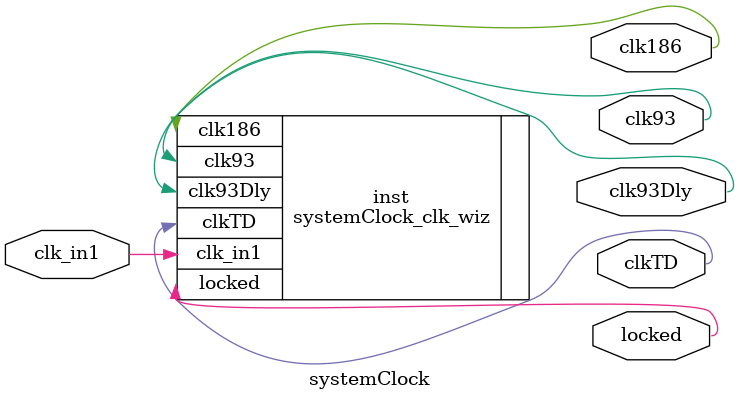
<source format=v>


`timescale 1ps/1ps

(* CORE_GENERATION_INFO = "systemClock,clk_wiz_v5_4_1_0,{component_name=systemClock,use_phase_alignment=true,use_min_o_jitter=false,use_max_i_jitter=false,use_dyn_phase_shift=false,use_inclk_switchover=false,use_dyn_reconfig=false,enable_axi=0,feedback_source=FDBK_AUTO,PRIMITIVE=MMCM,num_out_clk=4,clkin1_period=10.714,clkin2_period=10.000,use_power_down=false,use_reset=false,use_locked=true,use_inclk_stopped=false,feedback_type=SINGLE,CLOCK_MGR_TYPE=NA,manual_override=false}" *)

module systemClock 
 (
  // Clock out ports
  output        clk93,
  output        clk186,
  output        clk93Dly,
  output        clkTD,
  // Status and control signals
  output        locked,
 // Clock in ports
  input         clk_in1
 );

  systemClock_clk_wiz inst
  (
  // Clock out ports  
  .clk93(clk93),
  .clk186(clk186),
  .clk93Dly(clk93Dly),
  .clkTD(clkTD),
  // Status and control signals               
  .locked(locked),
 // Clock in ports
  .clk_in1(clk_in1)
  );

endmodule

</source>
